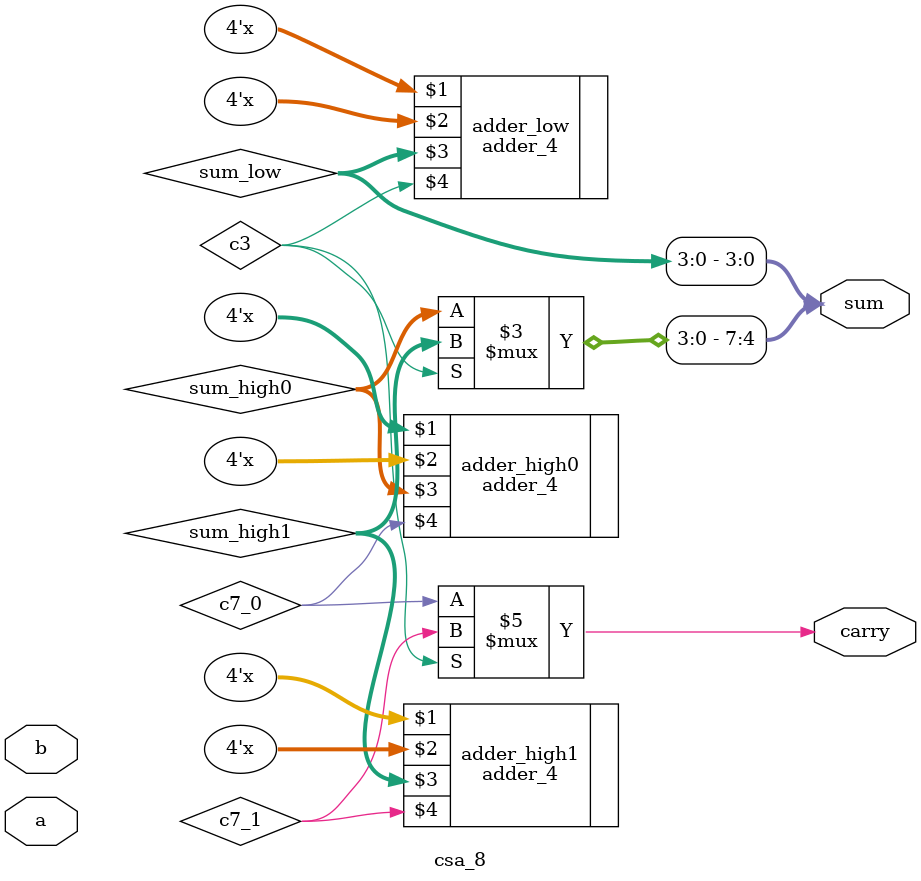
<source format=sv>
module csa_8 (
  input logic [7:0] a, b,
  output logic [7:0] sum,
  output logic carry
);
  logic [3:0] sum_low, sum_high0, sum_high1;
  logic c3, c7_0, c7_1;

  adder_4 adder_low (A[3:0], B[3:0], sum_low, c3);


  adder_4 adder_high0 (A[7:4], B[7:4], sum_high0, c7_0);


  adder_4 adder_high1 (A[7:4], B[7:4] + 4'b0001, sum_high1, c7_1);


  assign sum[3:0] = sum_low;
  assign sum[7:4] = (c3 == 1'b0) ? sum_high0 : sum_high1;
  assign carry    = (c3 == 1'b0) ? c7_0      : c7_1;
endmodule

</source>
